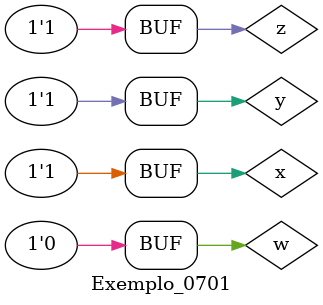
<source format=v>
module Exemplo_0701;
    reg x, y;
    wire w, z;
    and Modulo ( z, x, y);
    nand Modulo2 (w, x, y);

    initial
    begin : main
        $display("Exemplo_0701 - Marcos Ani Cury Vinagre Silva - 684903");
        $display("   x    y    w    z");
        $monitor("%4b %4b %4b %4b", x, y, w, z);
        x = 1'b0; y = 1'b0;
        #1 x = 1'b0; y = 1'b1;
        #1 x = 1'b1; y = 1'b0;
        #1 x = 1'b1; y = 1'b1;
    end
endmodule
</source>
